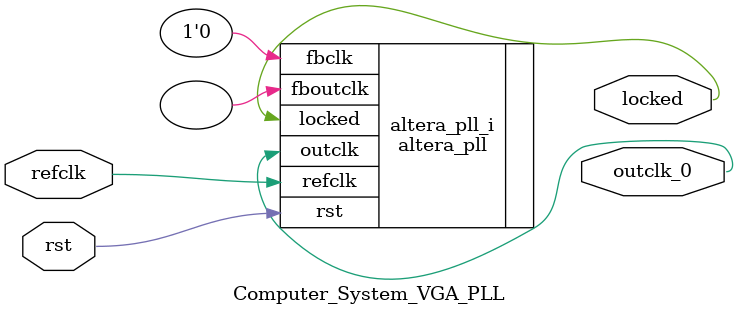
<source format=v>
`timescale 1ns/10ps
module  Computer_System_VGA_PLL(

	// interface 'refclk'
	input wire refclk,

	// interface 'reset'
	input wire rst,

	// interface 'outclk0'
	output wire outclk_0,

	// interface 'locked'
	output wire locked
);

	altera_pll #(
		.fractional_vco_multiplier("false"),
		.reference_clock_frequency("100.0 MHz"),
		.operation_mode("normal"),
		.number_of_clocks(1),
		.output_clock_frequency0("25.000000 MHz"),
		.phase_shift0("0 ps"),
		.duty_cycle0(50),
		.output_clock_frequency1("0 MHz"),
		.phase_shift1("0 ps"),
		.duty_cycle1(50),
		.output_clock_frequency2("0 MHz"),
		.phase_shift2("0 ps"),
		.duty_cycle2(50),
		.output_clock_frequency3("0 MHz"),
		.phase_shift3("0 ps"),
		.duty_cycle3(50),
		.output_clock_frequency4("0 MHz"),
		.phase_shift4("0 ps"),
		.duty_cycle4(50),
		.output_clock_frequency5("0 MHz"),
		.phase_shift5("0 ps"),
		.duty_cycle5(50),
		.output_clock_frequency6("0 MHz"),
		.phase_shift6("0 ps"),
		.duty_cycle6(50),
		.output_clock_frequency7("0 MHz"),
		.phase_shift7("0 ps"),
		.duty_cycle7(50),
		.output_clock_frequency8("0 MHz"),
		.phase_shift8("0 ps"),
		.duty_cycle8(50),
		.output_clock_frequency9("0 MHz"),
		.phase_shift9("0 ps"),
		.duty_cycle9(50),
		.output_clock_frequency10("0 MHz"),
		.phase_shift10("0 ps"),
		.duty_cycle10(50),
		.output_clock_frequency11("0 MHz"),
		.phase_shift11("0 ps"),
		.duty_cycle11(50),
		.output_clock_frequency12("0 MHz"),
		.phase_shift12("0 ps"),
		.duty_cycle12(50),
		.output_clock_frequency13("0 MHz"),
		.phase_shift13("0 ps"),
		.duty_cycle13(50),
		.output_clock_frequency14("0 MHz"),
		.phase_shift14("0 ps"),
		.duty_cycle14(50),
		.output_clock_frequency15("0 MHz"),
		.phase_shift15("0 ps"),
		.duty_cycle15(50),
		.output_clock_frequency16("0 MHz"),
		.phase_shift16("0 ps"),
		.duty_cycle16(50),
		.output_clock_frequency17("0 MHz"),
		.phase_shift17("0 ps"),
		.duty_cycle17(50),
		.pll_type("General"),
		.pll_subtype("General")
	) altera_pll_i (
		.rst	(rst),
		.outclk	({outclk_0}),
		.locked	(locked),
		.fboutclk	( ),
		.fbclk	(1'b0),
		.refclk	(refclk)
	);
endmodule


</source>
